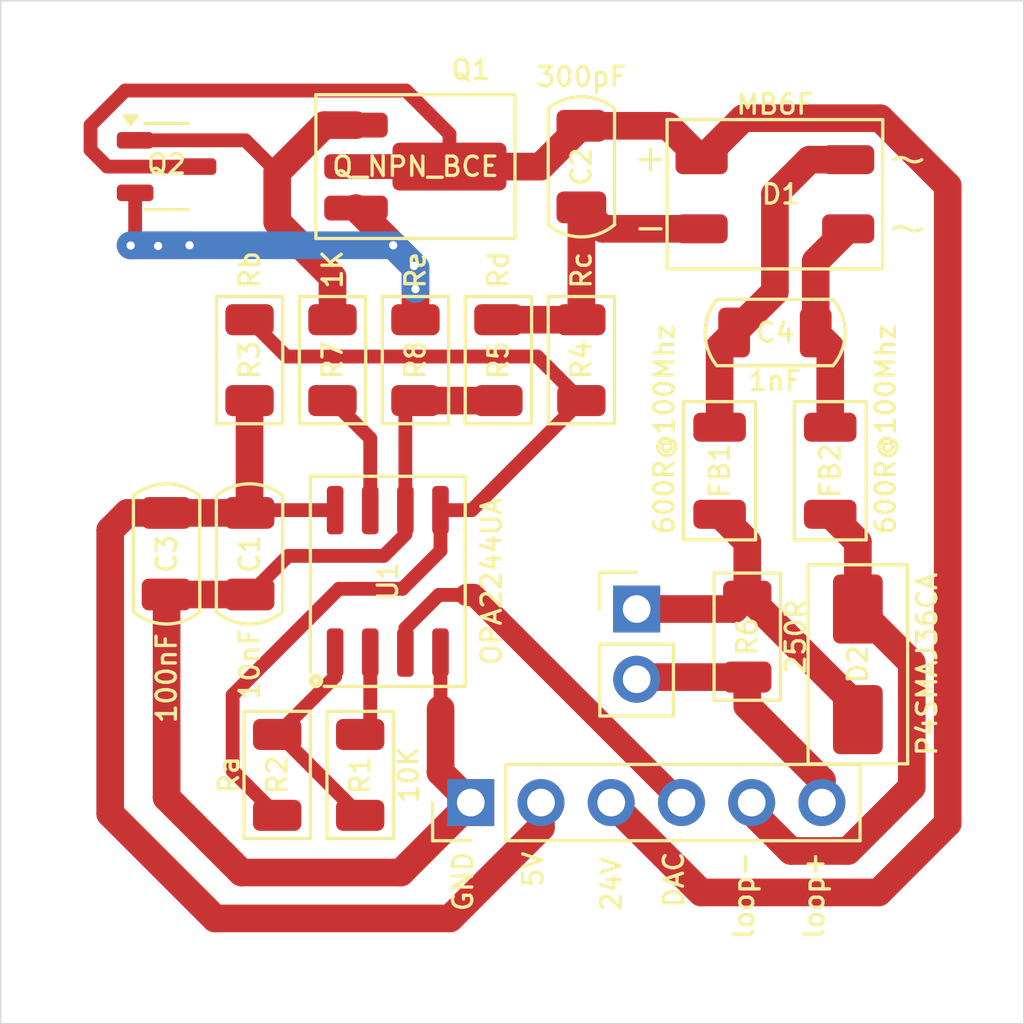
<source format=kicad_pcb>
(kicad_pcb (version 20241229) (generator "pcbnew") (generator_version "9.0")
  (layers (0 "F.Cu" signal) (2 "B.Cu" signal) (13 "F.Paste" user) (15 "B.Paste" user) (5 "F.SilkS" user "F.Silkscreen") (7 "B.SilkS" user "B.Silkscreen") (1 "F.Mask" user) (3 "B.Mask" user) (25 "Edge.Cuts" user))
  (net 0 "")
  (net 1 "+5V")
  (net 2 "GND")
  (net 3 "/loop-")
  (net 4 "/loop+")
  (net 5 "Net-(D1-1)")
  (net 6 "Net-(D1-2)")
  (net 7 "/FLOAT")
  (net 8 "Net-(D2-A)")
  (net 9 "/E")
  (net 10 "Net-(R1-Pad2)")
  (net 11 "Net-(U1A--)")
  (net 12 "Net-(R7-Pad2)")
  (net 13 "Net-(U1B-+)")
  (net 14 "DAC_OUT")
  (net 15 "/B")
  (net 16 "/C")
  (footprint "PCM_Capacitor_SMD_AKL:C_1206_3216Metric" (layer "F.Cu") (at 161 88 -90)
    (property "Reference" "C1" (at 0.007668 0 90) (layer "F.SilkS") (effects (font (size 0.7 0.7) (thickness 0.12))))
    (property "Value" "10nF" (at 4 0 90) (layer "F.SilkS") (effects (font (size 0.7 0.7) (thickness 0.12))))
    (fp_line (start -2.1 1.2) (end 2.1 1.2) (stroke (width 0.12)) (layer "F.SilkS"))
    (fp_line (start 2.1 -1.2) (end -2.1 -1.2) (stroke (width 0.12)) (layer "F.SilkS"))
    (fp_arc (start -2.1 1.2) (mid -2.526625 0) (end -2.1 -1.2) (stroke (width 0.12)) (layer "F.SilkS"))
    (fp_arc (start 2.1 -1.2) (mid 2.541962 0) (end 2.1 1.2) (stroke (width 0.12)) (layer "F.SilkS"))
    (pad "1" smd roundrect (at -1.475 0 270) (size 1.15 1.8) (layers "F.Cu" "F.Mask" "F.Paste") (roundrect_rratio 0.217391) (net 1 "+5V"))
    (pad "2" smd roundrect (at 1.475 0 270) (size 1.15 1.8) (layers "F.Cu" "F.Mask" "F.Paste") (roundrect_rratio 0.217391) (net 2 "GND"))
  )
  (footprint "PCM_Resistor_SMD_AKL:R_1206_3216Metric" (layer "F.Cu") (at 179 91 90)
    (property "Reference" "R6" (at 0 0 90) (layer "F.SilkS") (effects (font (size 0.7 0.7) (thickness 0.12))))
    (property "Value" "250R" (at 0 1.75 90) (layer "F.SilkS") (effects (font (size 0.7 0.7) (thickness 0.12))))
    (fp_line (start 2.3 -1.2) (end -2.3 -1.2) (stroke (width 0.12)) (layer "F.SilkS"))
    (fp_line (start -2.3 -1.2) (end -2.3 1.2) (stroke (width 0.12)) (layer "F.SilkS"))
    (fp_line (start 2.3 1.2) (end 2.3 -1.2) (stroke (width 0.12)) (layer "F.SilkS"))
    (fp_line (start -2.3 1.2) (end 2.3 1.2) (stroke (width 0.12)) (layer "F.SilkS"))
    (pad "1" smd roundrect (at -1.4625 0 90) (size 1.125 1.75) (layers "F.Cu" "F.Mask" "F.Paste") (roundrect_rratio 0.222222) (net 4 "/loop+"))
    (pad "2" smd roundrect (at 1.4625 0 90) (size 1.125 1.75) (layers "F.Cu" "F.Mask" "F.Paste") (roundrect_rratio 0.222222) (net 8 "Net-(D2-A)"))
  )
  (footprint "PCM_Inductor_SMD_AKL:L_1206_3216Metric" (layer "F.Cu") (at 178 85 -90)
    (property "Reference" "FB1" (at 0 0 90) (layer "F.SilkS") (effects (font (size 0.7 0.7) (thickness 0.12))))
    (property "Value" "600R@100Mhz" (at -1.5 2 90) (layer "F.SilkS") (effects (font (size 0.7 0.7) (thickness 0.12))))
    (fp_line (start -2.5 1.3) (end 2.5 1.3) (stroke (width 0.12)) (layer "F.SilkS"))
    (fp_line (start 2.5 1.3) (end 2.5 -1.3) (stroke (width 0.12)) (layer "F.SilkS"))
    (fp_line (start -2.5 -1.3) (end -2.5 1.3) (stroke (width 0.12)) (layer "F.SilkS"))
    (fp_line (start 2.5 -1.3) (end -2.5 -1.3) (stroke (width 0.12)) (layer "F.SilkS"))
    (pad "1" smd roundrect (at -1.575 0 270) (size 1.05 1.9) (layers "F.Cu" "F.Mask" "F.Paste") (roundrect_rratio 0.238095) (net 6 "Net-(D1-2)"))
    (pad "2" smd roundrect (at 1.575 0 270) (size 1.05 1.9) (layers "F.Cu" "F.Mask" "F.Paste") (roundrect_rratio 0.238095) (net 8 "Net-(D2-A)"))
  )
  (footprint "PCM_Resistor_SMD_AKL:R_1206_3216Metric" (layer "F.Cu") (at 173 81 -90)
    (property "Reference" "R4" (at 0 0 90) (layer "F.SilkS") (effects (font (size 0.7 0.7) (thickness 0.12))))
    (property "Value" "Rc" (at -3.25 0 90) (layer "F.SilkS") (effects (font (size 0.7 0.7) (thickness 0.12))))
    (fp_line (start -2.3 1.2) (end 2.3 1.2) (stroke (width 0.12)) (layer "F.SilkS"))
    (fp_line (start 2.3 1.2) (end 2.3 -1.2) (stroke (width 0.12)) (layer "F.SilkS"))
    (fp_line (start -2.3 -1.2) (end -2.3 1.2) (stroke (width 0.12)) (layer "F.SilkS"))
    (fp_line (start 2.3 -1.2) (end -2.3 -1.2) (stroke (width 0.12)) (layer "F.SilkS"))
    (pad "1" smd roundrect (at -1.4625 0 270) (size 1.125 1.75) (layers "F.Cu" "F.Mask" "F.Paste") (roundrect_rratio 0.222222) (net 7 "/FLOAT"))
    (pad "2" smd roundrect (at 1.4625 0 270) (size 1.125 1.75) (layers "F.Cu" "F.Mask" "F.Paste") (roundrect_rratio 0.222222) (net 13 "Net-(U1B-+)"))
  )
  (footprint "PCM_Capacitor_SMD_AKL:C_1206_3216Metric" (layer "F.Cu") (at 180 80)
    (property "Reference" "C4" (at 0.007668 0 0) (layer "F.SilkS") (effects (font (size 0.7 0.7) (thickness 0.12))))
    (property "Value" "1nF" (at 0 1.75 0) (layer "F.SilkS") (effects (font (size 0.7 0.7) (thickness 0.12))))
    (fp_line (start -2.1 1.2) (end 2.1 1.2) (stroke (width 0.12)) (layer "F.SilkS"))
    (fp_line (start 2.1 -1.2) (end -2.1 -1.2) (stroke (width 0.12)) (layer "F.SilkS"))
    (fp_arc (start -2.1 1.2) (mid -2.526625 0) (end -2.1 -1.2) (stroke (width 0.12)) (layer "F.SilkS"))
    (fp_arc (start 2.1 -1.2) (mid 2.541962 0) (end 2.1 1.2) (stroke (width 0.12)) (layer "F.SilkS"))
    (pad "1" smd roundrect (at -1.475 0) (size 1.15 1.8) (layers "F.Cu" "F.Mask" "F.Paste") (roundrect_rratio 0.217391) (net 6 "Net-(D1-2)"))
    (pad "2" smd roundrect (at 1.475 0) (size 1.15 1.8) (layers "F.Cu" "F.Mask" "F.Paste") (roundrect_rratio 0.217391) (net 5 "Net-(D1-1)"))
  )
  (footprint "PCM_Resistor_SMD_AKL:R_1206_3216Metric" (layer "F.Cu") (at 167 81 90)
    (property "Reference" "R8" (at 0 0 90) (layer "F.SilkS") (effects (font (size 0.7 0.7) (thickness 0.12))))
    (property "Value" "Re" (at 3.25 0 90) (layer "F.SilkS") (effects (font (size 0.7 0.7) (thickness 0.12))))
    (fp_line (start 2.3 -1.2) (end -2.3 -1.2) (stroke (width 0.12)) (layer "F.SilkS"))
    (fp_line (start -2.3 -1.2) (end -2.3 1.2) (stroke (width 0.12)) (layer "F.SilkS"))
    (fp_line (start 2.3 1.2) (end 2.3 -1.2) (stroke (width 0.12)) (layer "F.SilkS"))
    (fp_line (start -2.3 1.2) (end 2.3 1.2) (stroke (width 0.12)) (layer "F.SilkS"))
    (pad "1" smd roundrect (at -1.4625 0 90) (size 1.125 1.75) (layers "F.Cu" "F.Mask" "F.Paste") (roundrect_rratio 0.222222) (net 2 "GND"))
    (pad "2" smd roundrect (at 1.4625 0 90) (size 1.125 1.75) (layers "F.Cu" "F.Mask" "F.Paste") (roundrect_rratio 0.222222) (net 9 "/E"))
  )
  (footprint "PCM_Inductor_SMD_AKL:L_1206_3216Metric" (layer "F.Cu") (at 182 85 -90)
    (property "Reference" "FB2" (at 0 0 90) (layer "F.SilkS") (effects (font (size 0.7 0.7) (thickness 0.12))))
    (property "Value" "600R@100Mhz" (at -1.5 -2 90) (layer "F.SilkS") (effects (font (size 0.7 0.7) (thickness 0.12))))
    (fp_line (start -2.5 1.3) (end 2.5 1.3) (stroke (width 0.12)) (layer "F.SilkS"))
    (fp_line (start 2.5 1.3) (end 2.5 -1.3) (stroke (width 0.12)) (layer "F.SilkS"))
    (fp_line (start -2.5 -1.3) (end -2.5 1.3) (stroke (width 0.12)) (layer "F.SilkS"))
    (fp_line (start 2.5 -1.3) (end -2.5 -1.3) (stroke (width 0.12)) (layer "F.SilkS"))
    (pad "1" smd roundrect (at -1.575 0 270) (size 1.05 1.9) (layers "F.Cu" "F.Mask" "F.Paste") (roundrect_rratio 0.238095) (net 5 "Net-(D1-1)"))
    (pad "2" smd roundrect (at 1.575 0 270) (size 1.05 1.9) (layers "F.Cu" "F.Mask" "F.Paste") (roundrect_rratio 0.238095) (net 3 "/loop-"))
  )
  (footprint "PCM_Capacitor_SMD_AKL:C_1206_3216Metric" (layer "F.Cu") (at 158 88 -90)
    (property "Reference" "C3" (at 0.007668 0 90) (layer "F.SilkS") (effects (font (size 0.7 0.7) (thickness 0.12))))
    (property "Value" "100nF" (at 4.5 0 90) (layer "F.SilkS") (effects (font (size 0.7 0.7) (thickness 0.12))))
    (fp_line (start -2.1 1.2) (end 2.1 1.2) (stroke (width 0.12)) (layer "F.SilkS"))
    (fp_line (start 2.1 -1.2) (end -2.1 -1.2) (stroke (width 0.12)) (layer "F.SilkS"))
    (fp_arc (start -2.1 1.2) (mid -2.526625 0) (end -2.1 -1.2) (stroke (width 0.12)) (layer "F.SilkS"))
    (fp_arc (start 2.1 -1.2) (mid 2.541962 0) (end 2.1 1.2) (stroke (width 0.12)) (layer "F.SilkS"))
    (pad "1" smd roundrect (at -1.475 0 270) (size 1.15 1.8) (layers "F.Cu" "F.Mask" "F.Paste") (roundrect_rratio 0.217391) (net 1 "+5V"))
    (pad "2" smd roundrect (at 1.475 0 270) (size 1.15 1.8) (layers "F.Cu" "F.Mask" "F.Paste") (roundrect_rratio 0.217391) (net 2 "GND"))
  )
  (footprint "PCM_Diode_SMD_AKL:Diode_Bridge_MBF" (layer "F.Cu") (at 180 75)
    (property "Reference" "D1" (at 0.2135 0 0) (layer "F.SilkS") (effects (font (size 0.7 0.7) (thickness 0.12))))
    (property "Value" "MB6F" (at 0 -3.25 0) (layer "F.SilkS") (effects (font (size 0.7 0.7) (thickness 0.12))))
    (fp_line (start -4.881 -1.25) (end -4.119 -1.25) (stroke (width 0.12)) (layer "F.SilkS"))
    (fp_line (start -4.881 1.25) (end -4.119 1.25) (stroke (width 0.12)) (layer "F.SilkS"))
    (fp_line (start -4.5 -1.631) (end -4.5 -0.869) (stroke (width 0.12)) (layer "F.SilkS"))
    (fp_line (start -3.9 -2.7) (end -3.9 2.7) (stroke (width 0.12)) (layer "F.SilkS"))
    (fp_line (start -3.9 2.7) (end 3.9 2.7) (stroke (width 0.12)) (layer "F.SilkS"))
    (fp_line (start 3.9 -2.7) (end -3.9 -2.7) (stroke (width 0.12)) (layer "F.SilkS"))
    (fp_line (start 3.9 2.7) (end 3.9 -2.7) (stroke (width 0.12)) (layer "F.SilkS"))
    (fp_arc (start 4.291999 1.250001) (mid 4.545998 1.173096) (end 4.799997 1.250001) (stroke (width 0.12)) (layer "F.SilkS"))
    (fp_arc (start 4.292002 -1.25) (mid 4.546001 -1.326905) (end 4.8 -1.25) (stroke (width 0.12)) (layer "F.SilkS"))
    (fp_arc (start 5.307998 1.25) (mid 5.053999 1.326905) (end 4.8 1.25) (stroke (width 0.12)) (layer "F.SilkS"))
    (fp_arc (start 5.308001 -1.250001) (mid 5.054002 -1.173096) (end 4.800003 -1.250001) (stroke (width 0.12)) (layer "F.SilkS"))
    (pad "1" smd roundrect (at -2.65 -1.25) (size 1.8875 1.05) (layers "F.Cu" "F.Mask" "F.Paste") (roundrect_rratio 0.2380952381) (net 16 "/C"))
    (pad "2" smd roundrect (at -2.65 1.25) (size 1.8875 1.05) (layers "F.Cu" "F.Mask" "F.Paste") (roundrect_rratio 0.2380952381) (net 7 "/FLOAT"))
    (pad "3" smd roundrect (at 2.65 1.25) (size 1.8875 1.05) (layers "F.Cu" "F.Mask" "F.Paste") (roundrect_rratio 0.2380952381) (net 5 "Net-(D1-1)"))
    (pad "4" smd roundrect (at 2.65 -1.25) (size 1.8875 1.05) (layers "F.Cu" "F.Mask" "F.Paste") (roundrect_rratio 0.2380952381) (net 6 "Net-(D1-2)"))
  )
  (footprint "PCM_Package_SO_AKL:SO-8_3.9x4.9mm_P1.27mm" (layer "F.Cu") (at 166 89 90)
    (property "Reference" "U1" (at 0 0 90) (layer "F.SilkS") (effects (font (size 0.7 0.7) (thickness 0.12))))
    (property "Value" "OPA2244UA" (at 0 3.75 90) (layer "F.SilkS") (effects (font (size 0.7 0.7) (thickness 0.12))))
    (fp_line (start 3.8 -2.8) (end -3.3 -2.8) (stroke (width 0.12)) (layer "F.SilkS"))
    (fp_line (start -3.8 -2.3) (end -3.8 2.8) (stroke (width 0.12)) (layer "F.SilkS"))
    (fp_line (start 3.8 2.8) (end 3.8 -2.8) (stroke (width 0.12)) (layer "F.SilkS"))
    (fp_line (start -3.8 2.8) (end 3.8 2.8) (stroke (width 0.12)) (layer "F.SilkS"))
    (fp_circle (center -3.6 -2.6) (end -3.5365 -2.6) (stroke (width 0.2)) (fill no) (layer "F.SilkS"))
    (pad "1" smd roundrect (at -2.575 -1.905 90) (size 1.75 0.6) (layers "F.Cu" "F.Mask" "F.Paste") (net 10 "Net-(R1-Pad2)"))
    (pad "2" smd roundrect (at -2.575 -0.635 90) (size 1.75 0.6) (layers "F.Cu" "F.Mask" "F.Paste") (net 11 "Net-(U1A--)"))
    (pad "3" smd roundrect (at -2.575 0.635 90) (size 1.75 0.6) (layers "F.Cu" "F.Mask" "F.Paste") (net 14 "DAC_OUT"))
    (pad "4" smd roundrect (at -2.575 1.905 90) (size 1.75 0.6) (layers "F.Cu" "F.Mask" "F.Paste") (net 2 "GND"))
    (pad "5" smd roundrect (at 2.575 1.905 90) (size 1.75 0.6) (layers "F.Cu" "F.Mask" "F.Paste") (net 13 "Net-(U1B-+)"))
    (pad "6" smd roundrect (at 2.575 0.635 90) (size 1.75 0.6) (layers "F.Cu" "F.Mask" "F.Paste") (net 2 "GND"))
    (pad "7" smd roundrect (at 2.575 -0.635 90) (size 1.75 0.6) (layers "F.Cu" "F.Mask" "F.Paste") (net 12 "Net-(R7-Pad2)"))
    (pad "8" smd roundrect (at 2.575 -1.905 90) (size 1.75 0.6) (layers "F.Cu" "F.Mask" "F.Paste") (net 1 "+5V"))
  )
  (footprint "Connector_PinHeader_2.54mm:PinHeader_1x02_P2.54mm_Vertical" (layer "F.Cu") (at 175 90)
    (property "Reference" "J1" (hide yes))
    (property "Value" "Conn_01x02" (hide yes))
    (fp_line (start -1.33 -1.33) (end 0 -1.33) (stroke (width 0.12)) (layer "F.SilkS"))
    (fp_line (start -1.33 0) (end -1.33 -1.33) (stroke (width 0.12)) (layer "F.SilkS"))
    (fp_line (start -1.33 1.27) (end -1.33 3.87) (stroke (width 0.12)) (layer "F.SilkS"))
    (fp_line (start -1.33 1.27) (end 1.33 1.27) (stroke (width 0.12)) (layer "F.SilkS"))
    (fp_line (start -1.33 3.87) (end 1.33 3.87) (stroke (width 0.12)) (layer "F.SilkS"))
    (fp_line (start 1.33 1.27) (end 1.33 3.87) (stroke (width 0.12)) (layer "F.SilkS"))
    (pad "1" thru_hole rect (at 0 0) (size 1.7 1.7) (drill 1) (layers "*.Cu" "*.Mask") (net 8 "Net-(D2-A)"))
    (pad "2" thru_hole oval (at 0 2.54) (size 1.7 1.7) (drill 1) (layers "*.Cu" "*.Mask") (net 4 "/loop+"))
  )
  (footprint "PCM_Diode_SMD_AKL:D_SMA_TVS" (layer "F.Cu") (at 183 92 -90)
    (property "Reference" "D2" (at 0 0 90) (layer "F.SilkS") (effects (font (size 0.7 0.7) (thickness 0.12))))
    (property "Value" "P4SMAJ36CA" (at 0 -2.5 90) (layer "F.SilkS") (effects (font (size 0.7 0.7) (thickness 0.12))))
    (fp_line (start -3.6 1.8) (end 3.6 1.8) (stroke (width 0.12)) (layer "F.SilkS"))
    (fp_line (start 3.6 1.8) (end 3.6 -1.8) (stroke (width 0.12)) (layer "F.SilkS"))
    (fp_line (start -3.6 -1.8) (end -3.6 1.8) (stroke (width 0.12)) (layer "F.SilkS"))
    (fp_line (start 3.6 -1.8) (end -3.6 -1.8) (stroke (width 0.12)) (layer "F.SilkS"))
    (pad "1" smd roundrect (at -2 0 270) (size 2.5 1.8) (layers "F.Cu" "F.Mask" "F.Paste") (roundrect_rratio 0.1388888889) (net 3 "/loop-"))
    (pad "2" smd roundrect (at 2 0 270) (size 2.5 1.8) (layers "F.Cu" "F.Mask" "F.Paste") (roundrect_rratio 0.1388888889) (net 8 "Net-(D2-A)"))
  )
  (footprint "PCM_Resistor_SMD_AKL:R_1206_3216Metric" (layer "F.Cu") (at 162 96 -90)
    (property "Reference" "R2" (at 0 0 90) (layer "F.SilkS") (effects (font (size 0.7 0.7) (thickness 0.12))))
    (property "Value" "Ra" (at 0 1.75 90) (layer "F.SilkS") (effects (font (size 0.7 0.7) (thickness 0.12))))
    (fp_line (start -2.3 1.2) (end 2.3 1.2) (stroke (width 0.12)) (layer "F.SilkS"))
    (fp_line (start 2.3 1.2) (end 2.3 -1.2) (stroke (width 0.12)) (layer "F.SilkS"))
    (fp_line (start -2.3 -1.2) (end -2.3 1.2) (stroke (width 0.12)) (layer "F.SilkS"))
    (fp_line (start 2.3 -1.2) (end -2.3 -1.2) (stroke (width 0.12)) (layer "F.SilkS"))
    (pad "1" smd roundrect (at -1.4625 0 270) (size 1.125 1.75) (layers "F.Cu" "F.Mask" "F.Paste") (roundrect_rratio 0.222222) (net 10 "Net-(R1-Pad2)"))
    (pad "2" smd roundrect (at 1.4625 0 270) (size 1.125 1.75) (layers "F.Cu" "F.Mask" "F.Paste") (roundrect_rratio 0.222222) (net 13 "Net-(U1B-+)"))
  )
  (footprint "PCM_Resistor_SMD_AKL:R_1206_3216Metric" (layer "F.Cu") (at 165 96 -90)
    (property "Reference" "R1" (at 0 0 90) (layer "F.SilkS") (effects (font (size 0.7 0.7) (thickness 0.12))))
    (property "Value" "10K" (at 0 -1.75 90) (layer "F.SilkS") (effects (font (size 0.7 0.7) (thickness 0.12))))
    (fp_line (start -2.3 1.2) (end 2.3 1.2) (stroke (width 0.12)) (layer "F.SilkS"))
    (fp_line (start 2.3 1.2) (end 2.3 -1.2) (stroke (width 0.12)) (layer "F.SilkS"))
    (fp_line (start -2.3 -1.2) (end -2.3 1.2) (stroke (width 0.12)) (layer "F.SilkS"))
    (fp_line (start 2.3 -1.2) (end -2.3 -1.2) (stroke (width 0.12)) (layer "F.SilkS"))
    (pad "1" smd roundrect (at -1.4625 0 270) (size 1.125 1.75) (layers "F.Cu" "F.Mask" "F.Paste") (roundrect_rratio 0.222222) (net 11 "Net-(U1A--)"))
    (pad "2" smd roundrect (at 1.4625 0 270) (size 1.125 1.75) (layers "F.Cu" "F.Mask" "F.Paste") (roundrect_rratio 0.222222) (net 10 "Net-(R1-Pad2)"))
  )
  (footprint "PCM_Resistor_SMD_AKL:R_1206_3216Metric" (layer "F.Cu") (at 164 81 -90)
    (property "Reference" "R7" (at 0 0 90) (layer "F.SilkS") (effects (font (size 0.7 0.7) (thickness 0.12))))
    (property "Value" "1K" (at -3.283333 0 90) (layer "F.SilkS") (effects (font (size 0.7 0.7) (thickness 0.12))))
    (fp_line (start -2.3 1.2) (end 2.3 1.2) (stroke (width 0.12)) (layer "F.SilkS"))
    (fp_line (start 2.3 1.2) (end 2.3 -1.2) (stroke (width 0.12)) (layer "F.SilkS"))
    (fp_line (start -2.3 -1.2) (end -2.3 1.2) (stroke (width 0.12)) (layer "F.SilkS"))
    (fp_line (start 2.3 -1.2) (end -2.3 -1.2) (stroke (width 0.12)) (layer "F.SilkS"))
    (pad "1" smd roundrect (at -1.4625 0 270) (size 1.125 1.75) (layers "F.Cu" "F.Mask" "F.Paste") (roundrect_rratio 0.222222) (net 15 "/B"))
    (pad "2" smd roundrect (at 1.4625 0 270) (size 1.125 1.75) (layers "F.Cu" "F.Mask" "F.Paste") (roundrect_rratio 0.222222) (net 12 "Net-(R7-Pad2)"))
  )
  (footprint "PCM_Resistor_SMD_AKL:R_1206_3216Metric" (layer "F.Cu") (at 161 81 -90)
    (property "Reference" "R3" (at 0 0 90) (layer "F.SilkS") (effects (font (size 0.7 0.7) (thickness 0.12))))
    (property "Value" "Rb" (at -3.266666 0 90) (layer "F.SilkS") (effects (font (size 0.7 0.7) (thickness 0.12))))
    (fp_line (start -2.3 1.2) (end 2.3 1.2) (stroke (width 0.12)) (layer "F.SilkS"))
    (fp_line (start 2.3 1.2) (end 2.3 -1.2) (stroke (width 0.12)) (layer "F.SilkS"))
    (fp_line (start -2.3 -1.2) (end -2.3 1.2) (stroke (width 0.12)) (layer "F.SilkS"))
    (fp_line (start 2.3 -1.2) (end -2.3 -1.2) (stroke (width 0.12)) (layer "F.SilkS"))
    (pad "1" smd roundrect (at -1.4625 0 270) (size 1.125 1.75) (layers "F.Cu" "F.Mask" "F.Paste") (roundrect_rratio 0.222222) (net 13 "Net-(U1B-+)"))
    (pad "2" smd roundrect (at 1.4625 0 270) (size 1.125 1.75) (layers "F.Cu" "F.Mask" "F.Paste") (roundrect_rratio 0.222222) (net 1 "+5V"))
  )
  (footprint "Connector_PinHeader_2.54mm:PinHeader_1x06_P2.54mm_Vertical" (layer "F.Cu") (at 169 97 90)
    (property "Reference" "J3" (hide yes))
    (property "Value" "Conn_01x06" (hide yes))
    (fp_line (start -1.38 -1.38) (end 0 -1.38) (stroke (width 0.12)) (layer "F.SilkS"))
    (fp_line (start -1.38 0) (end -1.38 -1.38) (stroke (width 0.12)) (layer "F.SilkS"))
    (fp_line (start 1.38 1.27) (end 1.38 14.08) (stroke (width 0.12)) (layer "F.SilkS"))
    (fp_line (start -1.38 1.27) (end 1.38 1.27) (stroke (width 0.12)) (layer "F.SilkS"))
    (fp_line (start -1.38 1.27) (end -1.38 14.08) (stroke (width 0.12)) (layer "F.SilkS"))
    (fp_line (start -1.38 14.08) (end 1.38 14.08) (stroke (width 0.12)) (layer "F.SilkS"))
    (pad "1" thru_hole rect (at 0 0 90) (size 1.7 1.7) (drill 1) (layers "*.Cu" "*.Mask") (net 2 "GND"))
    (pad "2" thru_hole circle (at 0 2.54 90) (size 1.7 1.7) (drill 1) (layers "*.Cu" "*.Mask") (net 1 "+5V"))
    (pad "3" thru_hole circle (at 0 5.08 90) (size 1.7 1.7) (drill 1) (layers "*.Cu" "*.Mask") (net 16 "/C"))
    (pad "4" thru_hole circle (at 0 7.62 90) (size 1.7 1.7) (drill 1) (layers "*.Cu" "*.Mask") (net 14 "DAC_OUT"))
    (pad "5" thru_hole circle (at 0 10.16 90) (size 1.7 1.7) (drill 1) (layers "*.Cu" "*.Mask") (net 3 "/loop-"))
    (pad "6" thru_hole circle (at 0 12.7 90) (size 1.7 1.7) (drill 1) (layers "*.Cu" "*.Mask") (net 4 "/loop+"))
  )
  (footprint "PCM_Package_TO_SOT_SMD_AKL:SOT-89-3_BigPads" (layer "F.Cu") (at 167 74)
    (property "Reference" "Q1" (at 2 -3.5 0) (layer "F.SilkS") (effects (font (size 0.7 0.7) (thickness 0.12))))
    (property "Value" "Q_NPN_BCE" (at 0 0 0) (layer "F.SilkS") (effects (font (size 0.7 0.7) (thickness 0.12))))
    (fp_line (start -3.6 -2.6) (end -3.6 2.6) (stroke (width 0.12)) (layer "F.SilkS"))
    (fp_line (start -3.6 2.6) (end 3.6 2.6) (stroke (width 0.12)) (layer "F.SilkS"))
    (fp_line (start 3.6 -2.6) (end -3.6 -2.6) (stroke (width 0.12)) (layer "F.SilkS"))
    (fp_line (start 3.6 2.6) (end 3.6 -2.6) (stroke (width 0.12)) (layer "F.SilkS"))
    (pad "1" smd roundrect (at -2.15 -1.5) (size 2.3 0.9) (layers "F.Cu" "F.Mask" "F.Paste") (net 15 "/B"))
    (pad "2" smd roundrect (at -1.95 0) (size 2.7 0.9) (layers "F.Cu" "F.Mask" "F.Paste") (net 16 "/C"))
    (pad "2" smd roundrect (at 1.23 0) (size 4.125 1.733) (layers "F.Cu" "F.Mask" "F.Paste") (roundrect_rratio 0.1442585113) (net 16 "/C"))
    (pad "3" smd roundrect (at -2.15 1.5) (size 2.3 0.9) (layers "F.Cu" "F.Mask" "F.Paste") (net 9 "/E"))
  )
  (footprint "PCM_Resistor_SMD_AKL:R_1206_3216Metric" (layer "F.Cu") (at 170 81 -90)
    (property "Reference" "R5" (at 0 0 90) (layer "F.SilkS") (effects (font (size 0.7 0.7) (thickness 0.12))))
    (property "Value" "Rd" (at -3.266666 0 90) (layer "F.SilkS") (effects (font (size 0.7 0.7) (thickness 0.12))))
    (fp_line (start -2.3 1.2) (end 2.3 1.2) (stroke (width 0.12)) (layer "F.SilkS"))
    (fp_line (start 2.3 1.2) (end 2.3 -1.2) (stroke (width 0.12)) (layer "F.SilkS"))
    (fp_line (start -2.3 -1.2) (end -2.3 1.2) (stroke (width 0.12)) (layer "F.SilkS"))
    (fp_line (start 2.3 -1.2) (end -2.3 -1.2) (stroke (width 0.12)) (layer "F.SilkS"))
    (pad "1" smd roundrect (at -1.4625 0 270) (size 1.125 1.75) (layers "F.Cu" "F.Mask" "F.Paste") (roundrect_rratio 0.222222) (net 7 "/FLOAT"))
    (pad "2" smd roundrect (at 1.4625 0 270) (size 1.125 1.75) (layers "F.Cu" "F.Mask" "F.Paste") (roundrect_rratio 0.222222) (net 2 "GND"))
  )
  (footprint "Package_TO_SOT_SMD:SOT-23-3" (layer "F.Cu") (at 158 74)
    (property "Reference" "Q2" (at 0 -0.0875 0) (layer "F.SilkS") (effects (font (size 0.7 0.7) (thickness 0.12))))
    (property "Value" "Q_NPN_Generic_BEC" (hide yes))
    (fp_line (start 0 -1.56) (end -0.8 -1.56) (stroke (width 0.12)) (layer "F.SilkS"))
    (fp_line (start 0 -1.56) (end 0.8 -1.56) (stroke (width 0.12)) (layer "F.SilkS"))
    (fp_line (start 0 1.56) (end -0.8 1.56) (stroke (width 0.12)) (layer "F.SilkS"))
    (fp_line (start 0 1.56) (end 0.8 1.56) (stroke (width 0.12)) (layer "F.SilkS"))
    (fp_poly (pts (xy -1.3 -1.51) (xy -1.54 -1.84) (xy -1.06 -1.84) (xy -1.3 -1.51)) (stroke (width 0.12)) (fill yes) (layer "F.SilkS"))
    (pad "1" smd roundrect (at -1.1375 -0.95) (size 1.325 0.6) (layers "F.Cu" "F.Mask" "F.Paste") (net 15 "/B"))
    (pad "2" smd roundrect (at -1.1375 0.95) (size 1.325 0.6) (layers "F.Cu" "F.Mask" "F.Paste") (net 9 "/E"))
    (pad "3" smd roundrect (at 1.1375 0) (size 1.325 0.6) (layers "F.Cu" "F.Mask" "F.Paste") (net 16 "/C"))
  )
  (footprint "PCM_Capacitor_SMD_AKL:C_1206_3216Metric" (layer "F.Cu") (at 173 74 -90)
    (property "Reference" "C2" (at 0.007668 0 90) (layer "F.SilkS") (effects (font (size 0.7 0.7) (thickness 0.12))))
    (property "Value" "300pF" (at -3.25 0 180) (layer "F.SilkS") (effects (font (size 0.7 0.7) (thickness 0.12))))
    (fp_line (start -2.1 1.2) (end 2.1 1.2) (stroke (width 0.12)) (layer "F.SilkS"))
    (fp_line (start 2.1 -1.2) (end -2.1 -1.2) (stroke (width 0.12)) (layer "F.SilkS"))
    (fp_arc (start -2.1 1.2) (mid -2.526625 0) (end -2.1 -1.2) (stroke (width 0.12)) (layer "F.SilkS"))
    (fp_arc (start 2.1 -1.2) (mid 2.541962 0) (end 2.1 1.2) (stroke (width 0.12)) (layer "F.SilkS"))
    (pad "1" smd roundrect (at -1.475 0 270) (size 1.15 1.8) (layers "F.Cu" "F.Mask" "F.Paste") (roundrect_rratio 0.217391) (net 16 "/C"))
    (pad "2" smd roundrect (at 1.475 0 270) (size 1.15 1.8) (layers "F.Cu" "F.Mask" "F.Paste") (roundrect_rratio 0.217391) (net 7 "/FLOAT"))
  )
  (gr_rect (start 152 68) (end 189 105) (stroke (width 0.05)) (fill no) (layer "Edge.Cuts"))
  (gr_text "GND\n" (at 169.13 101 90) (layer "F.SilkS") (effects (font (size 0.7 0.7) (thickness 0.12) (bold yes)) (justify left bottom)))
  (gr_text "loop+\n" (at 181.83 102 90) (layer "F.SilkS") (effects (font (size 0.7 0.7) (thickness 0.12) (bold yes)) (justify left bottom)))
  (gr_text "DAC" (at 176.75 100.866667 90) (layer "F.SilkS") (effects (font (size 0.7 0.7) (thickness 0.12) (bold yes)) (justify left bottom)))
  (gr_text "5V" (at 171.67 100.133334 90) (layer "F.SilkS") (effects (font (size 0.7 0.7) (thickness 0.12) (bold yes)) (justify left bottom)))
  (gr_text "24V" (at 174.5 101 90) (layer "F.SilkS") (effects (font (size 0.7 0.7) (thickness 0.12) (bold yes)) (justify left bottom)))
  (gr_text "loop-" (at 179.29 102 90) (layer "F.SilkS") (effects (font (size 0.7 0.7) (thickness 0.12) (bold yes)) (justify left bottom)))
  (segment (start 159.75 101.19) (end 168.25 101.19) (width 1) (layer "F.Cu") (net 1))
  (segment (start 164.095 86.425) (end 161.1 86.425) (width 0.5) (layer "F.Cu") (net 1))
  (segment (start 155.96 97.4) (end 159.75 101.19) (width 1) (layer "F.Cu") (net 1))
  (segment (start 155.96 87.15) (end 155.96 97.4) (width 1) (layer "F.Cu") (net 1))
  (segment (start 158 86.525) (end 156.585 86.525) (width 1) (layer "F.Cu") (net 1))
  (segment (start 161.1 86.425) (end 161 86.525) (width 0.5) (layer "F.Cu") (net 1))
  (segment (start 161 82.4625) (end 161 86.525) (width 1) (layer "F.Cu") (net 1))
  (segment (start 168.25 101.19) (end 171.54 97.9) (width 1) (layer "F.Cu") (net 1))
  (segment (start 171.54 97.9) (end 171.54 97) (width 1) (layer "F.Cu") (net 1))
  (segment (start 156.585 86.525) (end 155.96 87.15) (width 1) (layer "F.Cu") (net 1))
  (segment (start 158 86.525) (end 161 86.525) (width 1) (layer "F.Cu") (net 1))
  (segment (start 167.905 95.905) (end 167.91 95.9) (width 1) (layer "F.Cu") (net 2))
  (segment (start 166.635 87.299999) (end 165.854999 88.08) (width 0.5) (layer "F.Cu") (net 2))
  (segment (start 166.635 86.425) (end 166.635 82.8275) (width 0.5) (layer "F.Cu") (net 2))
  (segment (start 158 89.475) (end 161 89.475) (width 1) (layer "F.Cu") (net 2))
  (segment (start 165.854999 88.08) (end 162.395 88.08) (width 0.5) (layer "F.Cu") (net 2))
  (segment (start 167.91 95.9) (end 167.91 93.61) (width 1) (layer "F.Cu") (net 2))
  (segment (start 169 97) (end 166.47 99.53) (width 1) (layer "F.Cu") (net 2))
  (segment (start 166.635 82.8275) (end 167 82.4625) (width 0.5) (layer "F.Cu") (net 2))
  (segment (start 170 82.4625) (end 167 82.4625) (width 1) (layer "F.Cu") (net 2))
  (segment (start 167.91 93.61) (end 167.905 93.605) (width 0.5) (layer "F.Cu") (net 2))
  (segment (start 169 97) (end 167.905 95.905) (width 1) (layer "F.Cu") (net 2))
  (segment (start 160.71 99.53) (end 158 96.82) (width 1) (layer "F.Cu") (net 2))
  (segment (start 166.47 99.53) (end 160.71 99.53) (width 1) (layer "F.Cu") (net 2))
  (segment (start 166.635 86.425) (end 166.635 87.299999) (width 0.5) (layer "F.Cu") (net 2))
  (segment (start 162.395 88.08) (end 161 89.475) (width 0.5) (layer "F.Cu") (net 2))
  (segment (start 158 96.82) (end 158 89.475) (width 1) (layer "F.Cu") (net 2))
  (segment (start 167.905 93.605) (end 167.905 91.575) (width 0.5) (layer "F.Cu") (net 2))
  (segment (start 183 90) (end 184.949 91.949) (width 1) (layer "F.Cu") (net 3))
  (segment (start 180.58 98.75) (end 179.16 97.33) (width 1) (layer "F.Cu") (net 3))
  (segment (start 183 87.575) (end 182 86.575) (width 1) (layer "F.Cu") (net 3))
  (segment (start 183 90) (end 183 87.575) (width 1) (layer "F.Cu") (net 3))
  (segment (start 179.16 97.33) (end 179.16 97) (width 1) (layer "F.Cu") (net 3))
  (segment (start 184.949 96.443434) (end 182.642434 98.75) (width 1) (layer "F.Cu") (net 3))
  (segment (start 182.642434 98.75) (end 180.58 98.75) (width 1) (layer "F.Cu") (net 3))
  (segment (start 184.949 91.949) (end 184.949 96.443434) (width 1) (layer "F.Cu") (net 3))
  (segment (start 179 92.4625) (end 175.0775 92.4625) (width 1) (layer "F.Cu") (net 4))
  (segment (start 179 93.5) (end 181.7 96.2) (width 1) (layer "F.Cu") (net 4))
  (segment (start 179 92.4625) (end 179 93.5) (width 1) (layer "F.Cu") (net 4))
  (segment (start 175.0775 92.4625) (end 175 92.54) (width 1) (layer "F.Cu") (net 4))
  (segment (start 181.7 96.2) (end 181.7 97) (width 1) (layer "F.Cu") (net 4))
  (segment (start 181.475 77.425) (end 182.65 76.25) (width 1) (layer "F.Cu") (net 5))
  (segment (start 182 83.425) (end 182 80.525) (width 1) (layer "F.Cu") (net 5))
  (segment (start 181.475 80) (end 181.475 77.425) (width 1) (layer "F.Cu") (net 5))
  (segment (start 182 80.525) (end 181.475 80) (width 1) (layer "F.Cu") (net 5))
  (segment (start 180 75) (end 181.25 73.75) (width 1) (layer "F.Cu") (net 6))
  (segment (start 181.25 73.75) (end 182.65 73.75) (width 1) (layer "F.Cu") (net 6))
  (segment (start 180 78.525) (end 180 75) (width 1) (layer "F.Cu") (net 6))
  (segment (start 178.525 80) (end 180 78.525) (width 1) (layer "F.Cu") (net 6))
  (segment (start 178 83.425) (end 178 80.525) (width 1) (layer "F.Cu") (net 6))
  (segment (start 178 80.525) (end 178.525 80) (width 1) (layer "F.Cu") (net 6))
  (segment (start 170 79.5375) (end 173 79.5375) (width 1) (layer "F.Cu") (net 7))
  (segment (start 177.35 76.25) (end 173.775 76.25) (width 1) (layer "F.Cu") (net 7))
  (segment (start 173 75.475) (end 173 79.5375) (width 1) (layer "F.Cu") (net 7))
  (segment (start 173.775 76.25) (end 173 75.475) (width 1) (layer "F.Cu") (net 7))
  (segment (start 183 93.5375) (end 179 89.5375) (width 1) (layer "F.Cu") (net 8))
  (segment (start 178.5375 90) (end 179 89.5375) (width 1) (layer "F.Cu") (net 8))
  (segment (start 183 94) (end 183 93.5375) (width 1) (layer "F.Cu") (net 8))
  (segment (start 179 89.5375) (end 179 87.575) (width 1) (layer "F.Cu") (net 8))
  (segment (start 179 87.575) (end 178 86.575) (width 1) (layer "F.Cu") (net 8))
  (segment (start 175 90) (end 178.5375 90) (width 1) (layer "F.Cu") (net 8))
  (segment (start 158.83 76.845) (end 156.709145 76.845) (width 1) (layer "F.Cu") (net 9))
  (segment (start 156.8625 74.95) (end 156.8625 76.691645) (width 0.5) (layer "F.Cu") (net 9))
  (segment (start 156.709145 76.845) (end 156.700847 76.853298) (width 1) (layer "F.Cu") (net 9))
  (segment (start 167 78.43) (end 167 77.65) (width 1) (layer "F.Cu") (net 9))
  (segment (start 156.8625 76.691645) (end 156.700847 76.853298) (width 0.5) (layer "F.Cu") (net 9))
  (segment (start 166.945 77.595) (end 166.195 76.845) (width 1) (layer "F.Cu") (net 9))
  (segment (start 166.195 76.845) (end 164.85 75.5) (width 1) (layer "F.Cu") (net 9))
  (segment (start 167 79.5375) (end 167 78.43) (width 1) (layer "F.Cu") (net 9))
  (segment (start 167 77.65) (end 166.945 77.595) (width 1) (layer "F.Cu") (net 9))
  (via (at 156.700847 76.853298) (size 0.5) (drill 0.3) (layers "F.Cu" "B.Cu") (net 9))
  (via (at 167 78.43) (size 0.5) (drill 0.3) (layers "F.Cu" "B.Cu") (net 9))
  (via (at 166.945 77.595) (size 0.5) (drill 0.3) (layers "F.Cu" "B.Cu") (net 9))
  (via (at 157.693937 76.870927) (size 0.5) (drill 0.3) (layers "F.Cu" "B.Cu") (net 9))
  (via (at 158.83 76.845) (size 0.5) (drill 0.3) (layers "F.Cu" "B.Cu") (net 9))
  (via (at 166.195 76.845) (size 0.5) (drill 0.3) (layers "F.Cu" "B.Cu") (net 9))
  (segment (start 167 77.65) (end 166.195 76.845) (width 1) (layer "B.Cu") (net 9))
  (segment (start 166.195 76.845) (end 158.83 76.845) (width 1) (layer "B.Cu") (net 9))
  (segment (start 167 78.43) (end 167 77.65) (width 1) (layer "B.Cu") (net 9))
  (segment (start 158.83 76.845) (end 156.695 76.845) (width 1) (layer "B.Cu") (net 9))
  (segment (start 164.095 91.575) (end 164.095 92.4425) (width 0.5) (layer "F.Cu") (net 10))
  (segment (start 164.095 92.4425) (end 162 94.5375) (width 0.5) (layer "F.Cu") (net 10))
  (segment (start 162.075 94.5375) (end 165 97.4625) (width 0.5) (layer "F.Cu") (net 10))
  (segment (start 162 94.5375) (end 162.075 94.5375) (width 0.5) (layer "F.Cu") (net 10))
  (segment (start 165.365 91.575) (end 165.365 94.1725) (width 0.5) (layer "F.Cu") (net 11))
  (segment (start 165.365 94.1725) (end 165 94.5375) (width 0.5) (layer "F.Cu") (net 11))
  (segment (start 165.365 83.8275) (end 165.365 86.425) (width 0.5) (layer "F.Cu") (net 12))
  (segment (start 164 82.4625) (end 165.365 83.8275) (width 0.5) (layer "F.Cu") (net 12))
  (segment (start 160.39 95.8525) (end 160.39 93.11) (width 0.5) (layer "F.Cu") (net 13))
  (segment (start 167.905 86.425) (end 169.0375 86.425) (width 0.5) (layer "F.Cu") (net 13))
  (segment (start 160.39 93.11) (end 164.23 89.27) (width 0.5) (layer "F.Cu") (net 13))
  (segment (start 171.4075 80.87) (end 162.3325 80.87) (width 0.5) (layer "F.Cu") (net 13))
  (segment (start 173 82.4625) (end 171.4075 80.87) (width 0.5) (layer "F.Cu") (net 13))
  (segment (start 167.905 87.895) (end 167.905 86.425) (width 0.5) (layer "F.Cu") (net 13))
  (segment (start 169.0375 86.425) (end 173 82.4625) (width 0.5) (layer "F.Cu") (net 13))
  (segment (start 166.53 89.27) (end 167.905 87.895) (width 0.5) (layer "F.Cu") (net 13))
  (segment (start 162.3325 80.87) (end 161 79.5375) (width 0.5) (layer "F.Cu") (net 13))
  (segment (start 162 97.4625) (end 160.39 95.8525) (width 0.5) (layer "F.Cu") (net 13))
  (segment (start 164.23 89.27) (end 166.53 89.27) (width 0.5) (layer "F.Cu") (net 13))
  (segment (start 166.635 91.575) (end 166.635 90.700001) (width 0.5) (layer "F.Cu") (net 14))
  (segment (start 167.845001 89.49) (end 168.84 89.49) (width 0.5) (layer "F.Cu") (net 14))
  (segment (start 176.62 97) (end 169.11 89.49) (width 0.8) (layer "F.Cu") (net 14))
  (segment (start 169.11 89.49) (end 168.84 89.49) (width 0.8) (layer "F.Cu") (net 14))
  (segment (start 166.635 90.700001) (end 167.845001 89.49) (width 0.5) (layer "F.Cu") (net 14))
  (segment (start 156.8625 73.05) (end 160.85 73.05) (width 0.5) (layer "F.Cu") (net 15))
  (segment (start 162 74.2) (end 162 76) (width 1) (layer "F.Cu") (net 15))
  (segment (start 160.85 73.05) (end 162 74.2) (width 0.5) (layer "F.Cu") (net 15))
  (segment (start 162 76) (end 164 78) (width 1) (layer "F.Cu") (net 15))
  (segment (start 164 78) (end 164 79.5375) (width 1) (layer "F.Cu") (net 15))
  (segment (start 163.7 72.5) (end 162 74.2) (width 1) (layer "F.Cu") (net 15))
  (segment (start 164.85 72.5) (end 163.7 72.5) (width 1) (layer "F.Cu") (net 15))
  (segment (start 168.23 74) (end 171.525 74) (width 1) (layer "F.Cu") (net 16))
  (segment (start 168.23 74) (end 168.23 72.82) (width 0.5) (layer "F.Cu") (net 16))
  (segment (start 166.66 71.25) (end 156.5 71.25) (width 0.5) (layer "F.Cu") (net 16))
  (segment (start 155.25 73.4) (end 155.85 74) (width 0.5) (layer "F.Cu") (net 16))
  (segment (start 178.85 72.25) (end 183.806008 72.25) (width 1) (layer "F.Cu") (net 16))
  (segment (start 176.125 72.525) (end 177.35 73.75) (width 1) (layer "F.Cu") (net 16))
  (segment (start 173 72.525) (end 176.125 72.525) (width 1) (layer "F.Cu") (net 16))
  (segment (start 155.25 72.5) (end 155.25 73.4) (width 0.5) (layer "F.Cu") (net 16))
  (segment (start 183.75 100.25) (end 177.33 100.25) (width 1) (layer "F.Cu") (net 16))
  (segment (start 186.25 97.75) (end 183.75 100.25) (width 1) (layer "F.Cu") (net 16))
  (segment (start 183.806008 72.25) (end 186.25 74.693992) (width 1) (layer "F.Cu") (net 16))
  (segment (start 156.5 71.25) (end 155.25 72.5) (width 0.5) (layer "F.Cu") (net 16))
  (segment (start 186.25 74.693992) (end 186.25 97.75) (width 1) (layer "F.Cu") (net 16))
  (segment (start 168.23 72.82) (end 166.66 71.25) (width 0.5) (layer "F.Cu") (net 16))
  (segment (start 171.525 74) (end 173 72.525) (width 1) (layer "F.Cu") (net 16))
  (segment (start 155.85 74) (end 159.1375 74) (width 0.5) (layer "F.Cu") (net 16))
  (segment (start 177.35 73.75) (end 178.85 72.25) (width 1) (layer "F.Cu") (net 16))
  (segment (start 177.33 100.25) (end 174.08 97) (width 1) (layer "F.Cu") (net 16))
)
</source>
